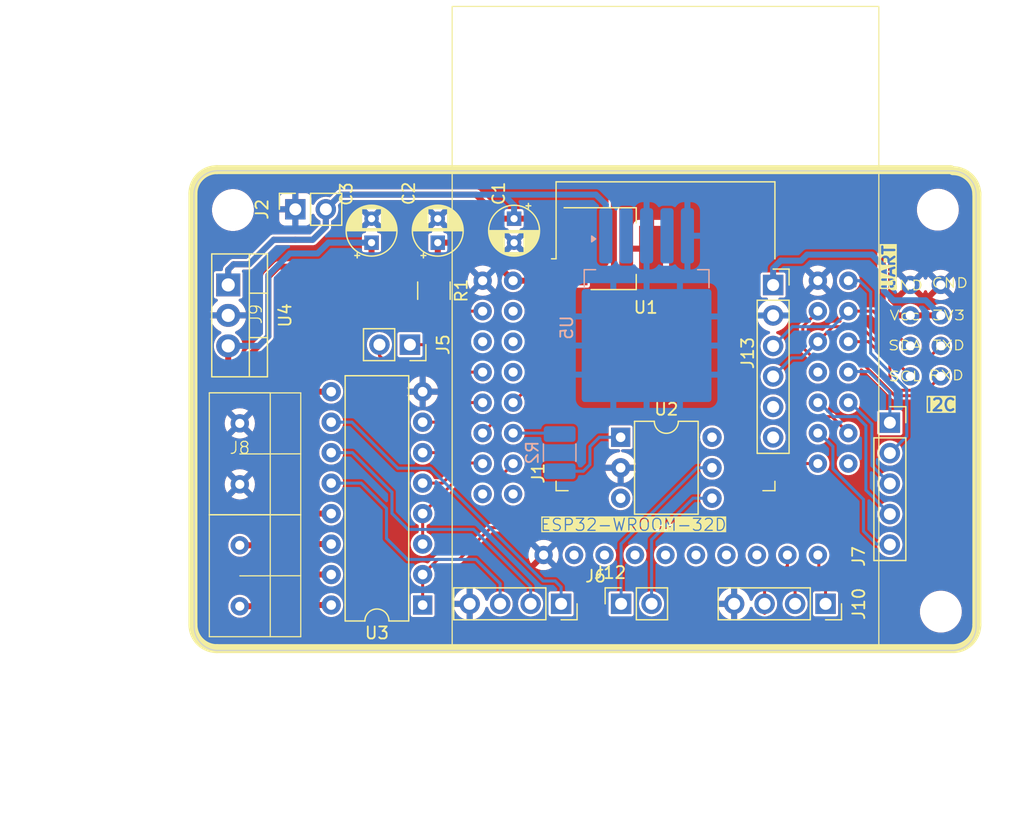
<source format=kicad_pcb>
(kicad_pcb (version 20240108) (generator "pcbnew") (generator_version "8.0")
  (layers (0 "F.Cu" signal) (31 "B.Cu" signal) (34 "B.Paste" user) (35 "F.Paste" user) (36 "B.SilkS" user "B.Silkscreen") (37 "F.SilkS" user "F.Silkscreen") (38 "B.Mask" user) (39 "F.Mask" user) (44 "Edge.Cuts" user))
  (net 0 "")
  (net 1 "GND")
  (net 2 "+3V3")
  (net 3 "+5V")
  (net 4 "/RXD")
  (net 5 "/TXD")
  (net 6 "/SDA")
  (net 7 "/OUT2")
  (net 8 "/OUT3")
  (net 9 "/SCL")
  (net 10 "/OUT1")
  (net 11 "/EN")
  (net 12 "/SOURCE2")
  (net 13 "/SOURCE1")
  (net 14 "/SOURCE3")
  (net 15 "/VDC")
  (net 16 "/DAC1")
  (net 17 "/DAC2")
  (net 18 "/GPIO13")
  (net 19 "/GPIO19")
  (net 20 "/GPIO17")
  (net 21 "/GPIO5")
  (net 22 "/GPIO18")
  (net 23 "/GPIO36")
  (net 24 "/ADC2_CH3")
  (net 25 "/GPIO32")
  (net 26 "/GPIO34")
  (net 27 "/SD_DATA1")
  (net 28 "/SD_DATA2")
  (net 29 "/SD_CLK")
  (net 30 "/SD_CMD")
  (net 31 "/SD_DATA3")
  (net 32 "/ADC2_CH0")
  (net 33 "/GPIO23")
  (net 34 "/SD_DATA0")
  (net 35 "/GPIO27")
  (net 36 "/ADC2_CH2")
  (net 37 "/BOOT")
  (net 39 "/V1-")
  (net 40 "Net-(R2-Pad2)")
  (net 41 "/V1+")
  (net 43 "/GPIO39")
  (net 44 "/DTR")
  (net 45 "/RTS")
  (net 46 "/OUT4")
  (net 47 "/SOURCE4")
  (net 48 "/OUT5")
  (net 49 "/SOURCE5")
  (footprint "Capacitor_THT:CP_Radial_D4.0mm_P2.00mm" (layer "F.Cu") (at 100.32 46 90)
    (property "Reference" "C2" (at 4.1 -2.42 -90) (layer "F.SilkS"))
    (property "Value" "1uF")
    (pad "1" thru_hole rect (at 0 0 90) (size 1.2 1.2) (drill 0.6) (layers "*.Cu" "*.Mask") (net 2 "+3V3"))
    (pad "2" thru_hole circle (at 2 0 90) (size 1.2 1.2) (drill 0.6) (layers "*.Cu" "*.Mask") (net 1 "GND"))
  )
  (footprint "Alexander Footprints Library:ESP32-WROOM-Adapter-Socket-2" (layer "F.Cu") (at 119.3 56.79)
    (property "Reference" "J1" (at -10.61 8.43 90) (layer "F.SilkS"))
    (property "Value" "~")
    (fp_text user "ESP32-WROOM-32D" (at -10.5 13.31 0) (layer "F.SilkS" knockout) (effects (font (thickness 0.1)) (justify left bottom)))
    (pad "" thru_hole circle (at -15.24 10.16) (size 1.524 1.524) (drill 0.762) (layers "*.Cu" "*.Mask"))
    (pad "" thru_hole circle (at -12.7 10.16) (size 1.524 1.524) (drill 0.762) (layers "*.Cu" "*.Mask"))
    (pad "1" thru_hole circle (at -15.24 -7.62) (size 1.524 1.524) (drill 0.762) (layers "*.Cu" "*.Mask") (net 1 "GND"))
    (pad "2" thru_hole circle (at -12.7 -7.62) (size 1.524 1.524) (drill 0.762) (layers "*.Cu" "*.Mask") (net 2 "+3V3"))
    (pad "3" thru_hole circle (at -15.24 -5.08) (size 1.524 1.524) (drill 0.762) (layers "*.Cu" "*.Mask") (net 11 "/EN"))
    (pad "4" thru_hole circle (at -12.7 -5.08) (size 1.524 1.524) (drill 0.762) (layers "*.Cu" "*.Mask") (net 23 "/GPIO36"))
    (pad "5" thru_hole circle (at -15.24 -2.54) (size 1.524 1.524) (drill 0.762) (layers "*.Cu" "*.Mask") (net 43 "/GPIO39"))
    (pad "6" thru_hole circle (at -12.7 -2.54) (size 1.524 1.524) (drill 0.762) (layers "*.Cu" "*.Mask") (net 26 "/GPIO34"))
    (pad "7" thru_hole circle (at -15.24 0) (size 1.524 1.524) (drill 0.762) (layers "*.Cu" "*.Mask") (net 48 "/OUT5"))
    (pad "8" thru_hole circle (at -12.7 0) (size 1.524 1.524) (drill 0.762) (layers "*.Cu" "*.Mask") (net 25 "/GPIO32"))
    (pad "9" thru_hole circle (at -15.24 2.54) (size 1.524 1.524) (drill 0.762) (layers "*.Cu" "*.Mask") (net 46 "/OUT4"))
    (pad "10" thru_hole circle (at -12.7 2.54) (size 1.524 1.524) (drill 0.762) (layers "*.Cu" "*.Mask") (net 16 "/DAC1"))
    (pad "11" thru_hole circle (at -15.24 5.08) (size 1.524 1.524) (drill 0.762) (layers "*.Cu" "*.Mask") (net 17 "/DAC2"))
    (pad "12" thru_hole circle (at -12.7 5.08) (size 1.524 1.524) (drill 0.762) (layers "*.Cu" "*.Mask") (net 35 "/GPIO27"))
    (pad "13" thru_hole circle (at -15.24 7.62) (size 1.524 1.524) (drill 0.762) (layers "*.Cu" "*.Mask") (net 8 "/OUT3"))
    (pad "14" thru_hole circle (at -12.7 7.62) (size 1.524 1.524) (drill 0.762) (layers "*.Cu" "*.Mask") (net 7 "/OUT2"))
    (pad "15" thru_hole circle (at -10.16 15.24 90) (size 1.524 1.524) (drill 0.762) (layers "*.Cu" "*.Mask") (net 1 "GND"))
    (pad "16" thru_hole circle (at -7.62 15.24 90) (size 1.524 1.524) (drill 0.762) (layers "*.Cu" "*.Mask") (net 18 "/GPIO13"))
    (pad "17" thru_hole circle (at -5.08 15.24 90) (size 1.524 1.524) (drill 0.762) (layers "*.Cu" "*.Mask") (net 28 "/SD_DATA2"))
    (pad "18" thru_hole circle (at -2.54 15.24 90) (size 1.524 1.524) (drill 0.762) (layers "*.Cu" "*.Mask") (net 31 "/SD_DATA3"))
    (pad "19" thru_hole circle (at 0 15.24 90) (size 1.524 1.524) (drill 0.762) (layers "*.Cu" "*.Mask") (net 30 "/SD_CMD"))
    (pad "20" thru_hole circle (at 2.54 15.24 90) (size 1.524 1.524) (drill 0.762) (layers "*.Cu" "*.Mask") (net 29 "/SD_CLK"))
    (pad "21" thru_hole circle (at 5.08 15.24 90) (size 1.524 1.524) (drill 0.762) (layers "*.Cu" "*.Mask") (net 34 "/SD_DATA0"))
    (pad "22" thru_hole circle (at 7.62 15.24 90) (size 1.524 1.524) (drill 0.762) (layers "*.Cu" "*.Mask") (net 27 "/SD_DATA1"))
    (pad "23" thru_hole circle (at 10.16 15.24 90) (size 1.524 1.524) (drill 0.762) (layers "*.Cu" "*.Mask") (net 24 "/ADC2_CH3"))
    (pad "24" thru_hole circle (at 12.7 15.24 90) (size 1.524 1.524) (drill 0.762) (layers "*.Cu" "*.Mask") (net 36 "/ADC2_CH2"))
    (pad "25" thru_hole circle (at 15.24 7.62) (size 1.524 1.524) (drill 0.762) (layers "*.Cu" "*.Mask") (net 37 "/BOOT"))
    (pad "26" thru_hole circle (at 12.7 7.62) (size 1.524 1.524) (drill 0.762) (layers "*.Cu" "*.Mask") (net 32 "/ADC2_CH0"))
    (pad "27" thru_hole circle (at 15.24 5.08) (size 1.524 1.524) (drill 0.762) (layers "*.Cu" "*.Mask") (net 10 "/OUT1"))
    (pad "28" thru_hole circle (at 12.7 5.08) (size 1.524 1.524) (drill 0.762) (layers "*.Cu" "*.Mask") (net 20 "/GPIO17"))
    (pad "29" thru_hole circle (at 15.24 2.54) (size 1.524 1.524) (drill 0.762) (layers "*.Cu" "*.Mask") (net 21 "/GPIO5"))
    (pad "30" thru_hole circle (at 12.7 2.54) (size 1.524 1.524) (drill 0.762) (layers "*.Cu" "*.Mask") (net 22 "/GPIO18"))
    (pad "31" thru_hole circle (at 15.24 0) (size 1.524 1.524) (drill 0.762) (layers "*.Cu" "*.Mask") (net 19 "/GPIO19"))
    (pad "32" thru_hole circle (at 12.7 0) (size 1.524 1.524) (drill 0.762) (layers "*.Cu" "*.Mask"))
    (pad "33" thru_hole circle (at 15.24 -2.54) (size 1.524 1.524) (drill 0.762) (layers "*.Cu" "*.Mask") (net 6 "/SDA"))
    (pad "34" thru_hole circle (at 12.7 -2.54) (size 1.524 1.524) (drill 0.762) (layers "*.Cu" "*.Mask") (net 4 "/RXD"))
    (pad "35" thru_hole circle (at 15.24 -5.08) (size 1.524 1.524) (drill 0.762) (layers "*.Cu" "*.Mask") (net 5 "/TXD"))
    (pad "36" thru_hole circle (at 12.7 -5.08) (size 1.524 1.524) (drill 0.762) (layers "*.Cu" "*.Mask") (net 9 "/SCL"))
    (pad "37" thru_hole circle (at 15.24 -7.62) (size 1.524 1.524) (drill 0.762) (layers "*.Cu" "*.Mask") (net 33 "/GPIO23"))
    (pad "38" thru_hole circle (at 12.7 -7.62) (size 1.524 1.524) (drill 0.762) (layers "*.Cu" "*.Mask") (net 1 "GND"))
  )
  (footprint "MountingHole:MountingHole_3mm" (layer "F.Cu") (at 142 43.25)
    (property "Reference" "H1" (hide yes))
    (property "Value" "MountingHole_Pad")
    (pad "" np_thru_hole circle (at 0 0) (size 3 3) (drill 3) (layers "*.Cu" "*.Mask"))
  )
  (footprint "MountingHole:MountingHole_3mm" (layer "F.Cu") (at 83.25 43.28)
    (property "Reference" "H2" (hide yes))
    (property "Value" "MountingHole_Pad")
    (pad "" np_thru_hole circle (at 0 0) (size 3 3) (drill 3) (layers "*.Cu" "*.Mask"))
  )
  (footprint "Package_DIP:DIP-16_W7.62mm" (layer "F.Cu") (at 99.06 76.2 180)
    (property "Reference" "U3" (at 3.81 -2.33 0) (layer "F.SilkS"))
    (property "Value" "ULN2003")
    (pad "1" thru_hole rect (at 0 0 180) (size 1.6 1.6) (drill 0.8) (layers "*.Cu" "*.Mask") (net 10 "/OUT1"))
    (pad "2" thru_hole oval (at 0 2.54 180) (size 1.6 1.6) (drill 0.8) (layers "*.Cu" "*.Mask") (net 10 "/OUT1"))
    (pad "3" thru_hole oval (at 0 5.08 180) (size 1.6 1.6) (drill 0.8) (layers "*.Cu" "*.Mask") (net 7 "/OUT2"))
    (pad "4" thru_hole oval (at 0 7.62 180) (size 1.6 1.6) (drill 0.8) (layers "*.Cu" "*.Mask") (net 7 "/OUT2"))
    (pad "5" thru_hole oval (at 0 10.16 180) (size 1.6 1.6) (drill 0.8) (layers "*.Cu" "*.Mask") (net 8 "/OUT3"))
    (pad "6" thru_hole oval (at 0 12.7 180) (size 1.6 1.6) (drill 0.8) (layers "*.Cu" "*.Mask") (net 46 "/OUT4"))
    (pad "7" thru_hole oval (at 0 15.24 180) (size 1.6 1.6) (drill 0.8) (layers "*.Cu" "*.Mask") (net 48 "/OUT5"))
    (pad "8" thru_hole oval (at 0 17.78 180) (size 1.6 1.6) (drill 0.8) (layers "*.Cu" "*.Mask") (net 1 "GND"))
    (pad "9" thru_hole oval (at 7.62 17.78 180) (size 1.6 1.6) (drill 0.8) (layers "*.Cu" "*.Mask") (net 3 "+5V"))
    (pad "10" thru_hole oval (at 7.62 15.24 180) (size 1.6 1.6) (drill 0.8) (layers "*.Cu" "*.Mask") (net 49 "/SOURCE5"))
    (pad "11" thru_hole oval (at 7.62 12.7 180) (size 1.6 1.6) (drill 0.8) (layers "*.Cu" "*.Mask") (net 47 "/SOURCE4"))
    (pad "12" thru_hole oval (at 7.62 10.16 180) (size 1.6 1.6) (drill 0.8) (layers "*.Cu" "*.Mask") (net 14 "/SOURCE3"))
    (pad "13" thru_hole oval (at 7.62 7.62 180) (size 1.6 1.6) (drill 0.8) (layers "*.Cu" "*.Mask") (net 12 "/SOURCE2"))
    (pad "14" thru_hole oval (at 7.62 5.08 180) (size 1.6 1.6) (drill 0.8) (layers "*.Cu" "*.Mask") (net 12 "/SOURCE2"))
    (pad "15" thru_hole oval (at 7.62 2.54 180) (size 1.6 1.6) (drill 0.8) (layers "*.Cu" "*.Mask") (net 13 "/SOURCE1"))
    (pad "16" thru_hole oval (at 7.62 0 180) (size 1.6 1.6) (drill 0.8) (layers "*.Cu" "*.Mask") (net 13 "/SOURCE1"))
  )
  (footprint "Package_DIP:DIP-6_W7.62mm" (layer "F.Cu") (at 115.56 62.22)
    (property "Reference" "U2" (at 3.81 -2.33 0) (layer "F.SilkS"))
    (property "Value" "4N35")
    (pad "1" thru_hole rect (at 0 0) (size 1.6 1.6) (drill 0.8) (layers "*.Cu" "*.Mask") (net 40 "Net-(R2-Pad2)"))
    (pad "2" thru_hole oval (at 0 2.54) (size 1.6 1.6) (drill 0.8) (layers "*.Cu" "*.Mask") (net 1 "GND"))
    (pad "3" thru_hole oval (at 0 5.08) (size 1.6 1.6) (drill 0.8) (layers "*.Cu" "*.Mask"))
    (pad "4" thru_hole oval (at 7.62 5.08) (size 1.6 1.6) (drill 0.8) (layers "*.Cu" "*.Mask") (net 39 "/V1-"))
    (pad "5" thru_hole oval (at 7.62 2.54) (size 1.6 1.6) (drill 0.8) (layers "*.Cu" "*.Mask") (net 41 "/V1+"))
    (pad "6" thru_hole oval (at 7.62 0) (size 1.6 1.6) (drill 0.8) (layers "*.Cu" "*.Mask"))
  )
  (footprint "Alexander Footprints Library:Conn_Terminal_5mm" (layer "F.Cu") (at 83.82 53.44)
    (property "Reference" "J9" (at 1.33 -1.49 90) (layer "F.SilkS") (effects (font (thickness 0.1))))
    (property "Value" "Conn_01x02_Socket")
    (pad "1" thru_hole circle (at 0 7.62) (size 1.524 1.524) (drill 0.762) (layers "*.Cu" "*.Mask") (net 1 "GND"))
    (pad "2" thru_hole circle (at 0 12.7) (size 1.524 1.524) (drill 0.762) (layers "*.Cu" "*.Mask") (net 1 "GND"))
  )
  (footprint "Resistor_SMD:R_1210_3225Metric_Pad1.30x2.65mm_HandSolder" (layer "F.Cu") (at 100 50 -90)
    (property "Reference" "R1" (at 0 -2.28 90) (layer "F.SilkS"))
    (property "Value" "10K")
    (pad "1" smd roundrect (at -1.55 0 270) (size 1.3 2.65) (layers "F.Cu" "F.Paste" "F.Mask") (roundrect_rratio 0.192308) (net 2 "+3V3"))
    (pad "2" smd roundrect (at 1.55 0 270) (size 1.3 2.65) (layers "F.Cu" "F.Paste" "F.Mask") (roundrect_rratio 0.192308) (net 11 "/EN"))
  )
  (footprint "Connector_PinSocket_2.54mm:PinSocket_1x05_P2.54mm_Vertical" (layer "F.Cu") (at 138 61)
    (property "Reference" "J7" (at -2.6 11.15 90) (layer "F.SilkS"))
    (property "Value" "GPIO")
    (pad "1" thru_hole rect (at 0 0) (size 1.7 1.7) (drill 1) (layers "*.Cu" "*.Mask") (net 19 "/GPIO19"))
    (pad "2" thru_hole oval (at 0 2.54) (size 1.7 1.7) (drill 1) (layers "*.Cu" "*.Mask") (net 33 "/GPIO23"))
    (pad "3" thru_hole oval (at 0 5.08) (size 1.7 1.7) (drill 1) (layers "*.Cu" "*.Mask") (net 21 "/GPIO5"))
    (pad "4" thru_hole oval (at 0 7.62) (size 1.7 1.7) (drill 1) (layers "*.Cu" "*.Mask") (net 22 "/GPIO18"))
    (pad "5" thru_hole oval (at 0 10.16) (size 1.7 1.7) (drill 1) (layers "*.Cu" "*.Mask") (net 20 "/GPIO17"))
  )
  (footprint "Connector_PinSocket_2.54mm:PinSocket_1x02_P2.54mm_Vertical" (layer "F.Cu") (at 88.45 43.22 90)
    (property "Reference" "J2" (at 0 -2.77 270) (layer "F.SilkS"))
    (property "Value" "PWD")
    (pad "1" thru_hole rect (at 0 0 90) (size 1.7 1.7) (drill 1) (layers "*.Cu" "*.Mask") (net 1 "GND"))
    (pad "2" thru_hole oval (at 0 2.54 90) (size 1.7 1.7) (drill 1) (layers "*.Cu" "*.Mask") (net 15 "/VDC"))
  )
  (footprint "Connector_PinSocket_2.54mm:PinSocket_1x02_P2.54mm_Vertical" (layer "F.Cu") (at 115.6 76.1 90)
    (property "Reference" "J12" (at 2.6 -0.92 180) (layer "F.SilkS"))
    (property "Value" "Conn_01x02_Socket")
    (pad "1" thru_hole rect (at 0 0 90) (size 1.7 1.7) (drill 1) (layers "*.Cu" "*.Mask") (net 41 "/V1+"))
    (pad "2" thru_hole oval (at 0 2.54 90) (size 1.7 1.7) (drill 1) (layers "*.Cu" "*.Mask") (net 39 "/V1-"))
  )
  (footprint "Connector_PinSocket_2.54mm:PinSocket_1x04_P2.54mm_Vertical" (layer "F.Cu") (at 110.6 76.1 -90)
    (property "Reference" "J6" (at -2.3 -2.87 180) (layer "F.SilkS"))
    (property "Value" "SOURCE")
    (pad "1" thru_hole rect (at 0 0 270) (size 1.7 1.7) (drill 1) (layers "*.Cu" "*.Mask") (net 49 "/SOURCE5"))
    (pad "2" thru_hole oval (at 0 2.54 270) (size 1.7 1.7) (drill 1) (layers "*.Cu" "*.Mask") (net 47 "/SOURCE4"))
    (pad "3" thru_hole oval (at 0 5.08 270) (size 1.7 1.7) (drill 1) (layers "*.Cu" "*.Mask") (net 14 "/SOURCE3"))
    (pad "4" thru_hole oval (at 0 7.62 270) (size 1.7 1.7) (drill 1) (layers "*.Cu" "*.Mask") (net 1 "GND"))
  )
  (footprint "Connector_PinSocket_2.54mm:PinSocket_1x04_P2.54mm_Vertical" (layer "F.Cu") (at 132.64 76.1 -90)
    (property "Reference" "J10" (at 0 -2.77 90) (layer "F.SilkS"))
    (property "Value" "ADC")
    (pad "1" thru_hole rect (at 0 0 270) (size 1.7 1.7) (drill 1) (layers "*.Cu" "*.Mask") (net 36 "/ADC2_CH2"))
    (pad "2" thru_hole oval (at 0 2.54 270) (size 1.7 1.7) (drill 1) (layers "*.Cu" "*.Mask") (net 32 "/ADC2_CH0"))
    (pad "3" thru_hole oval (at 0 5.08 270) (size 1.7 1.7) (drill 1) (layers "*.Cu" "*.Mask") (net 24 "/ADC2_CH3"))
    (pad "4" thru_hole oval (at 0 7.62 270) (size 1.7 1.7) (drill 1) (layers "*.Cu" "*.Mask") (net 1 "GND"))
  )
  (footprint "Capacitor_THT:CP_Radial_D4.0mm_P2.00mm" (layer "F.Cu") (at 94.8 46 90)
    (property "Reference" "C3" (at 4.05 -2.1 -90) (layer "F.SilkS"))
    (property "Value" "1uF")
    (pad "1" thru_hole rect (at 0 0 90) (size 1.2 1.2) (drill 0.6) (layers "*.Cu" "*.Mask") (net 3 "+5V"))
    (pad "2" thru_hole circle (at 2 0 90) (size 1.2 1.2) (drill 0.6) (layers "*.Cu" "*.Mask") (net 1 "GND"))
  )
  (footprint "Connector_PinSocket_2.54mm:PinSocket_1x02_P2.54mm_Vertical" (layer "F.Cu") (at 98 54.5 -90)
    (property "Reference" "J5" (at 0 -2.77 90) (layer "F.SilkS"))
    (property "Value" "DAC_Socket")
    (pad "1" thru_hole rect (at 0 0 270) (size 1.7 1.7) (drill 1) (layers "*.Cu" "*.Mask") (net 16 "/DAC1"))
    (pad "2" thru_hole oval (at 0 2.54 270) (size 1.7 1.7) (drill 1) (layers "*.Cu" "*.Mask") (net 17 "/DAC2"))
  )
  (footprint "Alexander Footprints Library:Conn_UART" (layer "F.Cu") (at 139.7 41.9)
    (property "Reference" "J3" (hide yes))
    (property "Value" "UART")
    (fp_text user "3V3" (at 3.2 10.16 0) (layer "F.SilkS") (effects (font (size 0.8 1) (thickness 0.1))))
    (fp_text user "GND" (at 3.3 7.46 0) (layer "F.SilkS") (effects (font (size 0.8 1) (thickness 0.1))))
    (fp_text user "RXD" (at 3 15.16 0) (layer "F.SilkS") (effects (font (size 0.8 1) (thickness 0.1))))
    (fp_text user "TXD" (at 3.2 12.66 0) (layer "F.SilkS") (effects (font (size 0.8 1) (thickness 0.1))))
    (fp_text user "UART" (at -1.2 6.16 90) (layer "F.SilkS" knockout) (effects (font (thickness 0.2) (bold yes)) (justify bottom)))
    (pad "3V3" thru_hole circle (at 0 10.16) (size 1.524 1.524) (drill 0.762) (layers "*.Cu" "*.Mask") (net 2 "+3V3"))
    (pad "GND" thru_hole circle (at 0 7.62) (size 1.524 1.524) (drill 0.762) (layers "*.Cu" "*.Mask") (net 1 "GND"))
    (pad "RXD" thru_hole circle (at 0 15.24) (size 1.524 1.524) (drill 0.762) (layers "*.Cu" "*.Mask") (net 4 "/RXD"))
    (pad "TXD" thru_hole circle (at 0 12.7) (size 1.524 1.524) (drill 0.762) (layers "*.Cu" "*.Mask") (net 5 "/TXD"))
  )
  (footprint "Capacitor_THT:CP_Radial_D4.0mm_P2.00mm" (layer "F.Cu") (at 106.68 44 -90)
    (property "Reference" "C1" (at -2.1 1.28 90) (layer "F.SilkS"))
    (property "Value" "1uF")
    (pad "1" thru_hole rect (at 0 0 270) (size 1.2 1.2) (drill 0.6) (layers "*.Cu" "*.Mask") (net 15 "/VDC"))
    (pad "2" thru_hole circle (at 2 0 270) (size 1.2 1.2) (drill 0.6) (layers "*.Cu" "*.Mask") (net 1 "GND"))
  )
  (footprint "Package_TO_SOT_SMD:SOT-223-3_TabPin2" (layer "F.Cu") (at 114.95 46.5)
    (property "Reference" "U1" (at 2.7 4.9 360) (layer "F.SilkS"))
    (property "Value" "MAX1726EUK33")
    (pad "1" smd rect (at -3.15 -2.3) (size 2 1.5) (layers "F.Cu" "F.Paste" "F.Mask") (net 15 "/VDC"))
    (pad "2" smd rect (at -3.15 0) (size 2 1.5) (layers "F.Cu" "F.Paste" "F.Mask") (net 1 "GND"))
    (pad "2" smd rect (at 3.15 0) (size 2 3.8) (layers "F.Cu" "F.Paste" "F.Mask") (net 1 "GND"))
    (pad "3" smd rect (at -3.15 2.3) (size 2 1.5) (layers "F.Cu" "F.Paste" "F.Mask") (net 2 "+3V3"))
  )
  (footprint "Alexander Footprints Library:LD1117" (layer "F.Cu") (at 82.855 49.52 -90)
    (property "Reference" "U4" (at 2.54 -4.745 90) (layer "F.SilkS"))
    (property "Value" "L7805")
    (pad "1" thru_hole rect (at 0 0 270) (size 1.905 2) (drill 1.1) (layers "*.Cu" "*.Mask") (net 15 "/VDC"))
    (pad "2" thru_hole oval (at 2.54 0 270) (size 1.905 2) (drill 1.1) (layers "*.Cu" "*.Mask") (net 1 "GND"))
    (pad "3" thru_hole oval (at 5.08 0 270) (size 1.905 2) (drill 1.1) (layers "*.Cu" "*.Mask") (net 3 "+5V"))
  )
  (footprint "Alexander Footprints Library:Conn_I2C" (layer "F.Cu") (at 142.24 41.9)
    (property "Reference" "J4" (hide yes))
    (property "Value" "I2C")
    (fp_text user "I2C" (at 0.01 18.206 0) (layer "F.SilkS" knockout) (effects (font (thickness 0.2) (bold yes)) (justify bottom)))
    (fp_text user "SCL" (at -2.99 15.24 0) (layer "F.SilkS") (effects (font (size 0.8 1) (thickness 0.1))))
    (fp_text user "SDA" (at -2.99 12.666 0) (layer "F.SilkS") (effects (font (size 0.8 1) (thickness 0.1))))
    (fp_text user "GND" (at -2.99 7.666 0) (layer "F.SilkS") (effects (font (size 0.8 1) (thickness 0.1))))
    (fp_text user "Vcc" (at -2.99 10.16 0) (layer "F.SilkS") (effects (font (size 0.8 1) (thickness 0.1))))
    (pad "GND" thru_hole circle (at 0 7.62) (size 1.524 1.524) (drill 0.762) (layers "*.Cu" "*.Mask") (net 1 "GND"))
    (pad "SCL" thru_hole circle (at 0 15.24) (size 1.524 1.524) (drill 0.762) (layers "*.Cu" "*.Mask") (net 9 "/SCL"))
    (pad "SDA" thru_hole circle (at 0 12.7) (size 1.524 1.524) (drill 0.762) (layers "*.Cu" "*.Mask") (net 6 "/SDA"))
    (pad "Vcc" thru_hole circle (at 0 10.16) (size 1.524 1.524) (drill 0.762) (layers "*.Cu" "*.Mask") (net 2 "+3V3"))
  )
  (footprint "MountingHole:MountingHole_3mm" (layer "F.Cu") (at 142.25 76.75)
    (property "Reference" "H4" (hide yes))
    (property "Value" "MountingHole_Pad")
    (pad "" np_thru_hole circle (at 0 0) (size 3 3) (drill 3) (layers "*.Cu" "*.Mask"))
  )
  (footprint "Connector_PinSocket_2.54mm:PinSocket_1x06_P2.54mm_Vertical" (layer "F.Cu") (at 128.27 49.53)
    (property "Reference" "J13" (at -2.12 5.67 90) (layer "F.SilkS"))
    (property "Value" "Conn_01x06_Socket")
    (pad "1" thru_hole rect (at 0 0) (size 1.7 1.7) (drill 1) (layers "*.Cu" "*.Mask") (net 2 "+3V3"))
    (pad "2" thru_hole oval (at 0 2.54) (size 1.7 1.7) (drill 1) (layers "*.Cu" "*.Mask") (net 1 "GND"))
    (pad "3" thru_hole oval (at 0 5.08) (size 1.7 1.7) (drill 1) (layers "*.Cu" "*.Mask") (net 5 "/TXD"))
    (pad "4" thru_hole oval (at 0 7.62) (size 1.7 1.7) (drill 1) (layers "*.Cu" "*.Mask") (net 4 "/RXD"))
    (pad "5" thru_hole oval (at 0 10.16) (size 1.7 1.7) (drill 1) (layers "*.Cu" "*.Mask") (net 45 "/RTS"))
    (pad "6" thru_hole oval (at 0 12.7) (size 1.7 1.7) (drill 1) (layers "*.Cu" "*.Mask") (net 44 "/DTR"))
  )
  (footprint "Alexander Footprints Library:Conn_Terminal_5mm" (layer "F.Cu") (at 83.82 63.6)
    (property "Reference" "J8" (at 0 -0.5 0) (layer "F.SilkS") (effects (font (thickness 0.1))))
    (property "Value" "Conn_01x02_Socket")
    (pad "1" thru_hole circle (at 0 7.62) (size 1.524 1.524) (drill 0.762) (layers "*.Cu" "*.Mask") (net 12 "/SOURCE2"))
    (pad "2" thru_hole circle (at 0 12.7) (size 1.524 1.524) (drill 0.762) (layers "*.Cu" "*.Mask") (net 13 "/SOURCE1"))
  )
  (footprint "Package_TO_SOT_SMD:TO-263-5_TabPin3" (layer "B.Cu") (at 117.725 53.075 -90)
    (property "Reference" "U5" (at 0 6.65 90) (layer "B.SilkS") (effects (justify mirror)))
    (property "Value" "LM2596S-ADJ")
    (pad "1" smd roundrect (at -7.65 3.4 270) (size 4.6 1.1) (layers "B.Cu" "B.Paste" "B.Mask") (roundrect_rratio 0.227273) (net 15 "/VDC"))
    (pad "2" smd roundrect (at -7.65 1.7 270) (size 4.6 1.1) (layers "B.Cu" "B.Paste" "B.Mask") (roundrect_rratio 0.227273))
    (pad "3" smd roundrect (at -7.65 0 270) (size 4.6 1.1) (layers "B.Cu" "B.Paste" "B.Mask") (roundrect_rratio 0.227273) (net 1 "GND"))
    (pad "3" smd roundrect (at -0.925 -2.775 270) (size 4.55 5.25) (layers "B.Cu" "B.Paste") (roundrect_rratio 0.054945) (net 1 "GND"))
    (pad "3" smd roundrect (at -0.925 2.775 270) (size 4.55 5.25) (layers "B.Cu" "B.Paste") (roundrect_rratio 0.054945) (net 1 "GND"))
    (pad "3" smd roundrect (at 1.5 0 270) (size 9.4 10.8) (layers "B.Cu" "B.Mask") (roundrect_rratio 0.026596) (net 1 "GND"))
    (pad "3" smd roundrect (at 3.925 -2.775 270) (size 4.55 5.25) (layers "B.Cu" "B.Paste") (roundrect_rratio 0.054945) (net 1 "GND"))
    (pad "3" smd roundrect (at 3.925 2.775 270) (size 4.55 5.25) (layers "B.Cu" "B.Paste") (roundrect_rratio 0.054945) (net 1 "GND"))
    (pad "4" smd roundrect (at -7.65 -1.7 270) (size 4.6 1.1) (layers "B.Cu" "B.Paste" "B.Mask") (roundrect_rratio 0.227273))
    (pad "5" smd roundrect (at -7.65 -3.4 270) (size 4.6 1.1) (layers "B.Cu" "B.Paste" "B.Mask") (roundrect_rratio 0.227273) (net 1 "GND"))
  )
  (footprint "Resistor_SMD:R_1210_3225Metric_Pad1.30x2.65mm_HandSolder" (layer "B.Cu") (at 110.48 63.5 -90)
    (property "Reference" "R2" (at 0 2.28 90) (layer "B.SilkS") (effects (justify mirror)))
    (property "Value" "1K")
    (pad "1" smd roundrect (at -1.55 0 270) (size 1.3 2.65) (layers "B.Cu" "B.Paste" "B.Mask") (roundrect_rratio 0.192308) (net 35 "/GPIO27"))
    (pad "2" smd roundrect (at 1.55 0 270) (size 1.3 2.65) (layers "B.Cu" "B.Paste" "B.Mask") (roundrect_rratio 0.192308) (net 40 "Net-(R2-Pad2)"))
  )
  (gr_line (start 145.25 41.86421) (end 145.25 77.835782) (stroke (width 0.75)) (layer "F.SilkS"))
  (gr_line (start 81.914218 39.914218) (end 143.08579 39.914218) (stroke (width 0.75)) (layer "F.SilkS"))
  (gr_arc (start 145.25 77.835782) (mid 144.664218 79.25) (end 143.25 79.835782) (stroke (width 0.75)) (layer "F.SilkS"))
  (gr_line (start 79.914218 41.86421) (end 79.914218 77.835782) (stroke (width 0.75)) (layer "F.SilkS"))
  (gr_arc (start 81.914218 79.835782) (mid 80.5 79.25) (end 79.914218 77.835782) (stroke (width 0.75)) (layer "F.SilkS"))
  (gr_arc (start 143.25 40) (mid 144.664218 40.585782) (end 145.25 42) (stroke (width 0.75)) (layer "F.SilkS"))
  (gr_arc (start 79.914218 41.914218) (mid 80.5 40.5) (end 81.914218 39.914218) (stroke (width 0.75)) (layer "F.SilkS"))
  (gr_line (start 81.914214 79.835782) (end 143.085786 79.835782) (stroke (width 0.75)) (layer "F.SilkS"))
  (gr_line (start 80 42) (end 80.014214 77.985786) (stroke (width 0.1)) (layer "Edge.Cuts"))
  (gr_arc (start 143.185786 40.014214) (mid 144.6 40.6) (end 145.185786 42.014214) (stroke (width 0.1)) (layer "Edge.Cuts"))
  (gr_arc (start 82.014214 79.985786) (mid 80.6 79.4) (end 80.014214 77.985786) (stroke (width 0.1)) (layer "Edge.Cuts"))
  (gr_line (start 145.185786 42.014214) (end 145.185786 77.985786) (stroke (width 0.1)) (layer "Edge.Cuts"))
  (gr_arc (start 80 42) (mid 80.585786 40.585786) (end 82 40) (stroke (width 0.1)) (layer "Edge.Cuts"))
  (gr_line (start 82.014214 79.985786) (end 143.185786 79.985786) (stroke (width 0.1)) (layer "Edge.Cuts"))
  (gr_arc (start 145.185786 77.985786) (mid 144.6 79.4) (end 143.185786 79.985786) (stroke (width 0.1)) (layer "Edge.Cuts"))
  (gr_line (start 143.185786 40.014214) (end 82 40) (stroke (width 0.1)) (layer "Edge.Cuts"))
  (segment (start 84.21 65.75) (end 83.82 66.14) (width 0.5) (layer "F.Cu") (net 1))
  (segment (start 103.43 46) (end 106.6 49.17) (width 0.5) (layer "F.Cu") (net 2))
  (segment (start 142.24 52.06) (end 139.7 52.06) (width 0.5) (layer "F.Cu") (net 2))
  (segment (start 136.3 41.5) (end 137.4 42.6) (width 0.5) (layer "F.Cu") (net 2))
  (segment (start 100.32 48.13) (end 100 48.45) (width 0.5) (layer "F.Cu") (net 2))
  (segment (start 109.2 48.8) (end 111.8 48.8) (width 0.5) (layer "F.Cu") (net 2))
  (segment (start 100.32 46) (end 100.32 48.13) (width 0.5) (layer "F.Cu") (net 2))
  (segment (start 108.83 49.17) (end 109.2 48.8) (width 0.5) (layer "F.Cu") (net 2))
  (segment (start 100.2 46) (end 103.43 46) (width 0.5) (layer "F.Cu") (net 2))
  (segment (start 115 48) (end 115 42.5) (width 0.5) (layer "F.Cu") (net 2))
  (segment (start 116 41.5) (end 136.3 41.5) (width 0.5) (layer "F.Cu") (net 2))
  (segment (start 106.6 49.17) (end 108.83 49.17) (width 0.5) (layer "F.Cu") (net 2))
  (segment (start 137.4 51) (end 138.46 52.06) (width 0.5) (layer "F.Cu") (net 2))
  (segment (start 114.2 48.8) (end 115 48) (width 0.5) (layer "F.Cu") (net 2))
  (segment (start 115 42.5) (end 116 41.5) (width 0.5) (layer "F.Cu") (net 2))
  (segment (start 137.4 42.6) (end 137.4 51) (width 0.5) (layer "F.Cu") (net 2))
  (segment (start 138.46 52.06) (end 139.7 52.06) (width 0.5) (layer "F.Cu") (net 2))
  (segment (start 111.8 48.8) (end 114.2 48.8) (width 0.5) (layer "F.Cu") (net 2))
  (segment (start 136.5 47) (end 131.1 47) (width 0.5) (layer "B.Cu") (net 2))
  (segment (start 138.3 50.8) (end 137.5 50) (width 0.5) (layer "B.Cu") (net 2))
  (segment (start 137.5 48) (end 136.5 47) (width 0.5) (layer "B.Cu") (net 2))
  (segment (start 137.5 50) (end 137.5 48) (width 0.5) (layer "B.Cu") (net 2))
  (segment (start 128.9 47.5) (end 128.27 48.13) (width 0.5) (layer "B.Cu") (net 2))
  (segment (start 131.1 47) (end 130.6 47.5) (width 0.5) (layer "B.Cu") (net 2))
  (segment (start 130.6 47.5) (end 128.9 47.5) (width 0.5) (layer "B.Cu") (net 2))
  (segment (start 142.24 52.06) (end 140.98 50.8) (width 0.5) (layer "B.Cu") (net 2))
  (segment (start 140.98 50.8) (end 138.3 50.8) (width 0.5) (layer "B.Cu") (net 2))
  (segment (start 106.77 49) (end 106.6 49.17) (width 0.5) (layer "B.Cu") (net 2))
  (segment (start 128.27 48.13) (end 128.27 49.53) (width 0.5) (layer "B.Cu") (net 2))
  (segment (start 94.8 47.2) (end 94.8 46) (width 0.5) (layer "F.Cu") (net 3))
  (segment (start 86.2 53.8) (end 86.2 48.85) (width 0.5) (layer "F.Cu") (net 3))
  (segment (start 91.44 58.42) (end 84.82 58.42) (width 0.5) (layer "F.Cu") (net 3))
  (segment (start 82.855 56.455) (end 82.855 55.14) (width 0.5) (layer "F.Cu") (net 3))
  (segment (start 86.2 48.85) (end 87.05 48) (width 0.5) (layer "F.Cu") (net 3))
  (segment (start 94 48) (end 94.8 47.2) (width 0.5) (layer "F.Cu") (net 3))
  (segment (start 84.82 58.42) (end 82.855 56.455) (width 0.5) (layer "F.Cu") (net 3))
  (segment (start 83.6 57.2) (end 83.6 56.4) (width 0.5) (layer "F.Cu") (net 3))
  (segment (start 83.6 56.4) (end 86.2 53.8) (width 0.5) (layer "F.Cu") (net 3))
  (segment (start 87.05 48) (end 94 48) (width 0.5) (layer "F.Cu") (net 3))
  (segment (start 88 46.9) (end 86.2 48.7) (width 0.5) (layer "B.Cu") (net 3))
  (segment (start 86.2 53.8) (end 85.4 54.6) (width 0.5) (layer "B.Cu") (net 3))
  (segment (start 91.2 46) (end 90.3 46.9) (width 0.5) (layer "B.Cu") (net 3))
  (segment (start 85.4 54.6) (end 82.855 54.6) (width 0.5) (layer "B.Cu") (net 3))
  (segment (start 86.2 48.7) (end 86.2 53.8) (width 0.5) (layer "B.Cu") (net 3))
  (segment (start 90.3 46.9) (end 88 46.9) (width 0.5) (layer "B.Cu") (net 3))
  (segment (start 94.8 46) (end 91.2 46) (width 0.5) (layer "B.Cu") (net 3))
  (segment (start 139.7 57.1) (end 139.7 57.14) (width 0.25) (layer "F.Cu") (net 4))
  (segment (start 133.25 53) (end 135.6 53) (width 0.25) (layer "F.Cu") (net 4))
  (segment (start 135.6 53) (end 139.7 57.1) (width 0.25) (layer "F.Cu") (net 4))
  (segment (start 132 54.25) (end 133.25 53) (width 0.25) (layer "F.Cu") (net 4))
  (segment (start 140.3 57.2) (end 139.3 57.2) (width 0.25) (layer "F.Cu") (net 4))
  (segment (start 130.65 55.6) (end 132 54.25) (width 0.25) (layer "B.Cu") (net 4))
  (segment (start 129.82 55.6) (end 130.65 55.6) (width 0.25) (layer "B.Cu") (net 4))
  (segment (start 128.27 57.15) (end 129.82 55.6) (width 0.25) (layer "B.Cu") (net 4))
  (segment (start 136.61 51.71) (end 134.54 51.71) (width 0.25) (layer "F.Cu") (net 5))
  (segment (start 134.74 51.54) (end 134.62 51.66) (width 0.25) (layer "F.Cu") (net 5))
  (segment (start 139.5 54.6) (end 136.61 51.71) (width 0.25) (layer "F.Cu") (net 5))
  (segment (start 139.7 54.6) (end 139.5 54.6) (width 0.25) (layer "F.Cu") (net 5))
  (segment (start 129.88 53) (end 133.25 53) (width 0.25) (layer "B.Cu") (net 5))
  (segment (start 133.25 53) (end 134.54 51.71) (width 0.25) (layer "B.Cu") (net 5))
  (segment (start 128.27 54.61) (end 129.88 53) (width 0.25) (layer "B.Cu") (net 5))
  (segment (start 138.59 58.3) (end 140.4 58.3) (width 0.25) (layer "F.Cu") (net 6))
  (segment (start 136.213604 54.25) (end 138 56.036396) (width 0.25) (layer "F.Cu") (net 6))
  (segment (start 138 57.71) (end 138.59 58.3) (width 0.25) (layer "F.Cu") (net 6))
  (segment (start 140.9 55.94) (end 142.24 54.6) (width 0.25) (layer "F.Cu") (net 6))
  (segment (start 140.9 57.8) (end 140.9 55.94) (width 0.25) (layer "F.Cu") (net 6))
  (segment (start 134.54 54.25) (end 136.213604 54.25) (width 0.25) (layer "F.Cu") (net 6))
  (segment (start 138 56.036396) (end 138 57.71) (width 0.25) (layer "F.Cu") (net 6))
  (segment (start 142.24 54.6) (end 142.24 55.26) (width 0.25) (layer "F.Cu") (net 6))
  (segment (start 140.4 58.3) (end 140.9 57.8) (width 0.25) (layer "F.Cu") (net 6))
  (segment (start 99.06 71.12) (end 99.06 68.58) (width 0.25) (layer "F.Cu") (net 7))
  (segment (start 102.04 65.6) (end 105.44 65.6) (width 0.25) (layer "F.Cu") (net 7))
  (segment (start 99.06 68.58) (end 102.04 65.6) (width 0.25) (layer "F.Cu") (net 7))
  (segment (start 105.44 65.6) (end 106.68 64.36) (width 0.25) (layer "F.Cu") (net 7))
  (segment (start 102.39 64.36) (end 104.14 64.36) (width 0.25) (layer "F.Cu") (net 8))
  (segment (start 100.71 66.04) (end 102.39 64.36) (width 0.25) (layer "F.Cu") (net 8))
  (segment (start 99.06 66.04) (end 100.71 66.04) (width 0.25) (layer "F.Cu") (net 8))
  (segment (start 131.5 55.5) (end 135.153604 55.5) (width 0.25) (layer "F.Cu") (net 9))
  (segment (start 130.745 54.745) (end 131.5 55.5) (width 0.25) (layer "F.Cu") (net 9))
  (segment (start 132.08 51.66) (end 130.745 52.995) (width 0.25) (layer "F.Cu") (net 9))
  (segment (start 135.153604 55.5) (end 138.403604 58.75) (width 0.25) (layer "F.Cu") (net 9))
  (segment (start 138.403604 58.75) (end 140.63 58.75) (width 0.25) (layer "F.Cu") (net 9))
  (segment (start 140.63 58.75) (end 142.24 57.14) (width 0.25) (layer "F.Cu") (net 9))
  (segment (start 130.745 52.995) (end 130.745 54.745) (width 0.25) (layer "F.Cu") (net 9))
  (segment (start 128.55 69.05) (end 127.85 69.75) (width 0.25) (layer "F.Cu") (net 10))
  (segment (start 100.32 72.4) (end 99.06 73.66) (width 0.25) (layer "F.Cu") (net 10))
  (segment (start 99.06 76.2) (end 99.06 73.66) (width 0.25) (layer "F.Cu") (net 10))
  (segment (start 104.75 69.75) (end 102.1 72.4) (width 0.25) (layer "F.Cu") (net 10))
  (segment (start 130.25 61.75) (end 130.25 64.313604) (width 0.25) (layer "F.Cu") (net 10))
  (segment (start 127.85 69.75) (end 104.75 69.75) (width 0.25) (layer "F.Cu") (net 10))
  (segment (start 134.54 61.87) (end 133.17 60.5) (width 0.25) (layer "F.Cu") (net 10))
  (segment (start 128.55 66.013604) (end 128.55 69.05) (width 0.25) (layer "F.Cu") (net 10))
  (segment (start 130.25 64.313604) (end 128.55 66.013604) (width 0.25) (layer "F.Cu") (net 10))
  (segment (start 133.17 60.5) (end 131.5 60.5) (width 0.25) (layer "F.Cu") (net 10))
  (segment (start 131.5 60.5) (end 130.25 61.75) (width 0.25) (layer "F.Cu") (net 10))
  (segment (start 102.1 72.4) (end 100.32 72.4) (width 0.25) (layer "F.Cu") (net 10))
  (segment (start 104.06 51.71) (end 100.16 51.71) (width 0.25) (layer "F.Cu") (net 11))
  (segment (start 103.72 52.05) (end 104.06 51.71) (width 0.25) (layer "F.Cu") (net 11))
  (segment (start 100.16 51.71) (end 100 51.55) (width 0.25) (layer "F.Cu") (net 11))
  (segment (start 83.82 71.22) (end 87.03 71.22) (width 0.5) (layer "F.Cu") (net 12))
  (segment (start 88.62 71.12) (end 91.44 71.12) (width 0.5) (layer "F.Cu") (net 12))
  (segment (start 89.67 68.58) (end 91.44 68.58) (width 0.5) (layer "F.Cu") (net 12))
  (segment (start 88.11 70.61) (end 88.62 71.12) (width 0.5) (layer "F.Cu") (net 12))
  (segment (start 87.03 71.22) (end 89.67 68.58) (width 0.5) (layer "F.Cu") (net 12))
  (segment (start 91.44 73.66) (end 89.59 73.66) (width 0.5) (layer "F.Cu") (net 13))
  (segment (start 87.875 75.375) (end 88.7 76.2) (width 0.5) (layer "F.Cu") (net 13))
  (segment (start 88.7 76.2) (end 91.44 76.2) (width 0.5) (layer "F.Cu") (net 13))
  (segment (start 86.95 76.3) (end 87.875 75.375) (width 0.5) (layer "F.Cu") (net 13))
  (segment (start 86.95 76.3) (end 83.82 76.3) (width 0.5) (layer "F.Cu") (net 13))
  (segment (start 89.59 73.66) (end 86.95 76.3) (width 0.5) (layer "F.Cu") (net 13))
  (segment (start 97.8 72.4) (end 96.05 70.65) (width 0.25) (layer "B.Cu") (net 14))
  (segment (start 105.52 74.42) (end 103.5 72.4) (width 0.25) (layer "B.Cu") (net 14))
  (segment (start 103.5 72.4) (end 97.8 72.4) (width 0.25) (layer "B.Cu") (net 14))
  (segment (start 96.05 70.65) (end 96.05 68.15) (width 0.25) (layer "B.Cu") (net 14))
  (segment (start 93.94 66.04) (end 91.44 66.04) (width 0.25) (layer "B.Cu") (net 14))
  (segment (start 96.05 68.15) (end 93.94 66.04) (width 0.25) (layer "B.Cu") (net 14))
  (segment (start 105.52 76.1) (end 105.52 74.42) (width 0.25) (layer "B.Cu") (net 14))
  (segment (start 88.45 45.76) (end 86.64 45.76) (width 0.5) (layer "F.Cu") (net 15))
  (segment (start 92.21 42) (end 90.99 43.22) (width 0.5) (layer "F.Cu") (net 15))
  (segment (start 89.9 45.76) (end 88.45 45.76) (width 0.5) (layer "F.Cu") (net 15))
  (segment (start 82.855 48.245) (end 82.855 50.06) (width 0.5) (layer "F.Cu") (net 15))
  (segment (start 84.6 47.8) (end 83.3 47.8) (width 0.5) (layer "F.Cu") (net 15))
  (segment (start 90.99 44.67) (end 89.9 45.76) (width 0.5) (layer "F.Cu") (net 15))
  (segment (start 83.3 47.8) (end 82.855 48.245) (width 0.5) (layer "F.Cu") (net 15))
  (segment (start 109.3 44) (end 109.5 44.2) (width 0.5) (layer "F.Cu") (net 15))
  (segment (start 109.5 44.2) (end 111.8 44.2) (width 0.5) (layer "F.Cu") (net 15))
  (segment (start 106.68 44) (end 109.3 44) (width 0.5) (layer "F.Cu") (net 15))
  (segment (start 105.5 44) (end 103.5 42) (width 0.5) (layer "F.Cu") (net 15))
  (segment (start 106.68 44) (end 105.5 44) (width 0.5) (layer "F.Cu") (net 15))
  (segment (start 90.99 43.22) (end 90.99 44.67) (width 0.5) (layer "F.Cu") (net 15))
  (segment (start 103.5 42) (end 92.21 42) (width 0.5) (layer "F.Cu") (net 15))
  (segment (start 86.64 45.76) (end 84.6 47.8) (width 0.5) (layer "F.Cu") (net 15))
  (segment (start 89.9 45.76) (end 90.99 44.67) (width 0.5) (layer "B.Cu") (net 15))
  (segment (start 92.21 42) (end 105.8 42) (width 0.5) (layer "B.Cu") (net 15))
  (segment (start 90.99 44.67) (end 90.99 43.22) (width 0.5) (layer "B.Cu") (net 15))
  (segment (start 105.8 42) (end 106.68 42.88) (width 0.5) (layer "B.Cu") (net 15))
  (segment (start 84.6 47.8) (end 86.64 45.76) (width 0.5) (layer "B.Cu") (net 15))
  (segment (start 114.325 42.825) (end 113.5 42) (width 0.5) (layer "B.Cu") (net 15))
  (segment (start 113.5 42) (end 105.8 42) (width 0.5) (layer "B.Cu") (net 15))
  (segment (start 83.3 47.8) (end 84.6 47.8) (width 0.5) (layer "B.Cu") (net 15))
  (segment (start 86.64 45.76) (end 89.9 45.76) (width 0.5) (layer "B.Cu") (net 15))
  (segment (start 106.68 42.88) (end 106.68 44) (width 0.5) (layer "B.Cu") (net 15))
  (segment (start 114.325 45.425) (end 114.325 42.825) (width 0.5) (layer "B.Cu") (net 15))
  (segment (start 90.99 43.22) (end 92.21 42) (width 0.5) (layer "B.Cu") (net 15))
  (segment (start 82.855 49.52) (end 82.855 48.245) (width 0.5) (layer "B.Cu") (net 15))
  (segment (start 82.855 48.245) (end 83.3 47.8) (width 0.5) (layer "B.Cu") (net 15))
  (segment (start 107.1 52.9) (end 108.1 53.9) (width 0.25) (layer "F.Cu") (net 16))
  (segment (start 108.1 57.83) (end 106.6 59.33) (width 0.25) (layer "F.Cu") (net 16))
  (segment (start 102.6 52.9) (end 107.1 52.9) (width 0.25) (layer "F.Cu") (net 16))
  (segment (start 98 54.5) (end 101 54.5) (width 0.25) (layer "F.Cu") (net 16))
  (segment (start 101 54.5) (end 102.6 52.9) (width 0.25) (layer "F.Cu") (net 16))
  (segment (start 108.1 53.9) (end 108.1 57.83) (width 0.25) (layer "F.Cu") (net 16))
  (segment (start 105.4 56.3) (end 104.6 55.5) (width 0.25) (layer "F.Cu") (net 17))
  (segment (start 96.04 56) (end 102 56) (width 0.25) (layer "F.Cu") (net 17))
  (segment (start 102 56) (end 102.5 55.5) (width 0.25) (layer "F.Cu") (net 17))
  (segment (start 95.46 54.5) (end 95.46 55.42) (width 0.25) (layer "F.Cu") (net 17))
  (segment (start 104.6 55.5) (end 102.5 55.5) (width 0.25) (layer "F.Cu") (net 17))
  (segment (start 104.06 61.87) (end 105.4 60.53) (width 0.25) (layer "F.Cu") (net 17))
  (segment (start 105.4 60.53) (end 105.4 56.3) (width 0.25) (layer "F.Cu") (net 17))
  (segment (start 102.5 55.5) (end 102.48 55.5) (width 0.25) (layer "F.Cu") (net 17))
  (segment (start 95.46 55.42) (end 96.04 56) (width 0.25) (layer "F.Cu") (net 17))
  (segment (start 138.5 60.96) (end 138.46 61) (width 0.25) (layer "B.Cu") (net 19))
  (segment (start 138 61) (end 138 58.5) (width 0.25) (layer "B.Cu") (net 19))
  (segment (start 136.24 56.74) (end 134.62 56.74) (width 0.25) (layer "B.Cu") (net 19))
  (segment (start 138 58.5) (end 136.24 56.74) (width 0.25) (layer "B.Cu") (net 19))
  (segment (start 135.8 70.05) (end 135.8 67.4) (width 0.25) (layer "B.Cu") (net 20))
  (segment (start 136.87 71.12) (end 135.8 70.05) (width 0.25) (layer "B.Cu") (net 20))
  (segment (start 138.5 71.12) (end 136.87 71.12) (width 0.25) (layer "B.Cu") (net 20))
  (segment (start 135.8 67.4) (end 133.25 64.85) (width 0.25) (layer "B.Cu") (net 20))
  (segment (start 133.25 62.99) (end 132.08 61.82) (width 0.25) (layer "B.Cu") (net 20))
  (segment (start 133.25 64.85) (end 133.25 62.99) (width 0.25) (layer "B.Cu") (net 20))
  (segment (start 137.96 66.04) (end 136.5 64.58) (width 0.25) (layer "B.Cu") (net 21))
  (segment (start 136.5 64.58) (end 136.5 61.113604) (width 0.25) (layer "B.Cu") (net 21))
  (segment (start 136.5 61.113604) (end 134.666396 59.28) (width 0.25) (layer "B.Cu") (net 21))
  (segment (start 134.666396 59.28) (end 134.62 59.28) (width 0.25) (layer "B.Cu") (net 21))
  (segment (start 133.3 60.5) (end 132.08 59.28) (width 0.25) (layer "B.Cu") (net 22))
  (segment (start 136 66.62) (end 136 61.25) (width 0.25) (layer "B.Cu") (net 22))
  (segment (start 136 61.25) (end 135.25 60.5) (width 0.25) (layer "B.Cu") (net 22))
  (segment (start 137.96 68.58) (end 136 66.62) (width 0.25) (layer "B.Cu") (net 22))
  (segment (start 135.25 60.5) (end 133.3 60.5) (width 0.25) (layer "B.Cu") (net 22))
  (segment (start 127.56 74.84) (end 129.46 72.94) (width 0.25) (layer "F.Cu") (net 24))
  (segment (start 129.46 72.94) (end 129.46 72.03) (width 0.25) (layer "F.Cu") (net 24))
  (segment (start 127.56 76.9) (end 127.56 75.64) (width 0.25) (layer "F.Cu") (net 24))
  (segment (start 127.56 76.1) (end 127.56 74.84) (width 0.25) (layer "F.Cu") (net 24))
  (segment (start 130.75 73.96) (end 130.75 70.75) (width 0.25) (layer "F.Cu") (net 32))
  (segment (start 130.79 64.41) (end 132 64.41) (width 0.25) (layer "F.Cu") (net 32))
  (segment (start 130.75 70.75) (end 129 69) (width 0.25) (layer "F.Cu") (net 32))
  (segment (start 129 66.2) (end 130.79 64.41) (width 0.25) (layer "F.Cu") (net 32))
  (segment (start 130.1 74.61) (end 130.75 73.96) (width 0.25) (layer "F.Cu") (net 32))
  (segment (start 130.1 76.1) (end 130.1 74.61) (width 0.25) (layer "F.Cu") (net 32))
  (segment (start 129 69) (end 129 66.2) (width 0.25) (layer "F.Cu") (net 32))
  (segment (start 139.4 58.2) (end 139.4 62.14) (width 0.25) (layer "B.Cu") (net 33))
  (segment (start 135.47 49.17) (end 136.4 50.1) (width 0.25) (layer "B.Cu") (net 33))
  (segment (start 136.4 55.2) (end 139.4 58.2) (width 0.25) (layer "B.Cu") (net 33))
  (segment (start 135.1 49.6) (end 134.62 49.12) (width 0.25) (layer "B.Cu") (net 33))
  (segment (start 136.4 50.1) (end 136.4 55.2) (width 0.25) (layer "B.Cu") (net 33))
  (segment (start 139.4 62.14) (end 138 63.54) (width 0.25) (layer "B.Cu") (net 33))
  (segment (start 134.54 49.17) (end 135.47 49.17) (width 0.25) (layer "B.Cu") (net 33))
  (segment (start 106.6 61.87) (end 110.4 61.87) (width 0.25) (layer "B.Cu") (net 35))
  (segment (start 110.4 61.87) (end 110.48 61.95) (width 0.25) (layer "B.Cu") (net 35))
  (segment (start 132.08 74.18) (end 132.08 72.03) (width 0.25) (layer "F.Cu") (net 36))
  (segment (start 132.64 76.1) (end 132.64 74.74) (width 0.25) (layer "F.Cu") (net 36))
  (segment (start 132.64 74.74) (end 132.08 74.18) (width 0.25) (layer "F.Cu") (net 36))
  (segment (start 134.77 64.64) (end 134.54 64.41) (width 0.25) (layer "F.Cu") (net 37))
  (segment (start 134.5 64.45) (end 134.54 64.41) (width 0.25) (layer "F.Cu") (net 37))
  (segment (start 121.6 67.3) (end 118.14 70.76) (width 0.25) (layer "B.Cu") (net 39))
  (segment (start 118.1 76.5) (end 118.14 76.46) (width 0.25) (layer "B.Cu") (net 39))
  (segment (start 123.18 67.3) (end 121.6 67.3) (width 0.25) (layer "B.Cu") (net 39))
  (segment (start 118.14 76.1) (end 118.14 70.76) (width 0.25) (layer "B.Cu") (net 39))
  (segment (start 112.45 65.05) (end 113 64.5) (width 0.25) (layer "B.Cu") (net 40))
  (segment (start 113 64.5) (end 113 63) (width 0.25) (layer "B.Cu") (net 40))
  (segment (start 113 63) (end 113.78 62.22) (width 0.25) (layer "B.Cu") (net 40))
  (segment (start 110.48 65.05) (end 112.45 65.05) (width 0.25) (layer "B.Cu") (net 40))
  (segment (start 113.78 62.22) (end 115.56 62.22) (width 0.25) (layer "B.Cu") (net 40))
  (segment (start 123.18 64.76) (end 121.94 64.76) (width 0.25) (layer "B.Cu") (net 41))
  (segment (start 115.56 76.5) (end 115.6 76.46) (width 0.25) (layer "B.Cu") (net 41))
  (segment (start 115.6 71.1) (end 115.6 76.1) (width 0.25) (layer "B.Cu") (net 41))
  (segment (start 121.94 64.76) (end 115.6 71.1) (width 0.25) (layer "B.Cu") (net 41))
  (segment (start 127.9 62.6) (end 128.27 62.23) (width 0.25) (layer "F.Cu") (net 44))
  (segment (start 102.87 59.33) (end 104.06 59.33) (width 0.25) (layer "F.Cu") (net 46))
  (segment (start 103.97 59.28) (end 104.14 59.28) (width 0.25) (layer "F.Cu") (net 46))
  (segment (start 99.06 63.5) (end 101.7 63.5) (width 0.25) (layer "F.Cu") (net 46))
  (segment (start 102.3 59.9) (end 102.87 59.33) (width 0.25) (layer "F.Cu") (net 46))
  (segment (start 102.3 62.9) (end 102.3 59.9) (width 0.25) (layer "F.Cu") (net 46))
  (segment (start 101.7 63.5) (end 102.3 62.9) (width 0.25) (layer "F.Cu") (net 46))
  (segment (start 96.5 68.56) (end 97.84 69.9) (width 0.25) (layer "B.Cu") (net 47))
  (segment (start 97.84 69.9) (end 103.3 69.9) (width 0.25) (layer "B.Cu") (net 47))
  (segment (start 96.5 66.8) (end 96.5 68.56) (width 0.25) (layer "B.Cu") (net 47))
  (segment (start 91.44 63.5) (end 93.2 63.5) (width 0.25) (layer "B.Cu") (net 47))
  (segment (start 93.2 63.5) (end 96.5 66.8) (width 0.25) (layer "B.Cu") (net 47))
  (segment (start 103.3 69.9) (end 108.06 74.66) (width 0.25) (layer "B.Cu") (net 47))
  (segment (start 108.06 74.66) (end 108.06 76.1) (width 0.25) (layer "B.Cu") (net 47))
  (segment (start 102.21 56.79) (end 104.06 56.79) (width 0.25) (layer "F.Cu") (net 48))
  (segment (start 101.4 60.4) (end 101.4 57.6) (width 0.25) (layer "F.Cu") (net 48))
  (segment (start 101.4 57.6) (end 102.21 56.79) (width 0.25) (layer "F.Cu") (net 48))
  (segment (start 100.84 60.96) (end 101.4 60.4) (width 0.25) (layer "F.Cu") (net 48))
  (segment (start 99.06 60.96) (end 100.84 60.96) (width 0.25) (layer "F.Cu") (net 48))
  (segment (start 110.1 74.2) (end 110.6 74.7) (width 0.25) (layer "B.Cu") (net 49))
  (segment (start 110.6 74.7) (end 110.6 76.1) (width 0.25) (layer "B.Cu") (net 49))
  (segment (start 93.16 60.96) (end 97 64.8) (width 0.25) (layer "B.Cu") (net 49))
  (segment (start 99.7 64.8) (end 109.1 74.2) (width 0.25) (layer "B.Cu") (net 49))
  (segment (start 91.44 60.96) (end 93.16 60.96) (width 0.25) (layer "B.Cu") (net 49))
  (segment (start 97 64.8) (end 99.7 64.8) (width 0.25) (layer "B.Cu") (net 49))
  (segment (start 109.1 74.2) (end 110.1 74.2) (width 0.25) (layer "B.Cu") (net 49))
  (zone (net 1) (net_name "GND") (layer "F.Cu") (priority 1) (connect_pads (clearance 0)) (min_thickness 0.25) (fill yes (thermal_gap 0.5) (thermal_bridge_width 0.5))
    (polygon (pts (xy 80 40) (xy 80 80) (xy 145.25 80) (xy 145.25 40)))
  )
  (zone (net 1) (net_name "GND") (layer "B.Cu") (connect_pads (clearance 0)) (min_thickness 0.25) (fill yes (thermal_gap 0.5) (thermal_bridge_width 0.5))
    (polygon (pts (xy 80 40) (xy 145.2 40) (xy 145.2 80) (xy 80 80)))
  )
)
</source>
